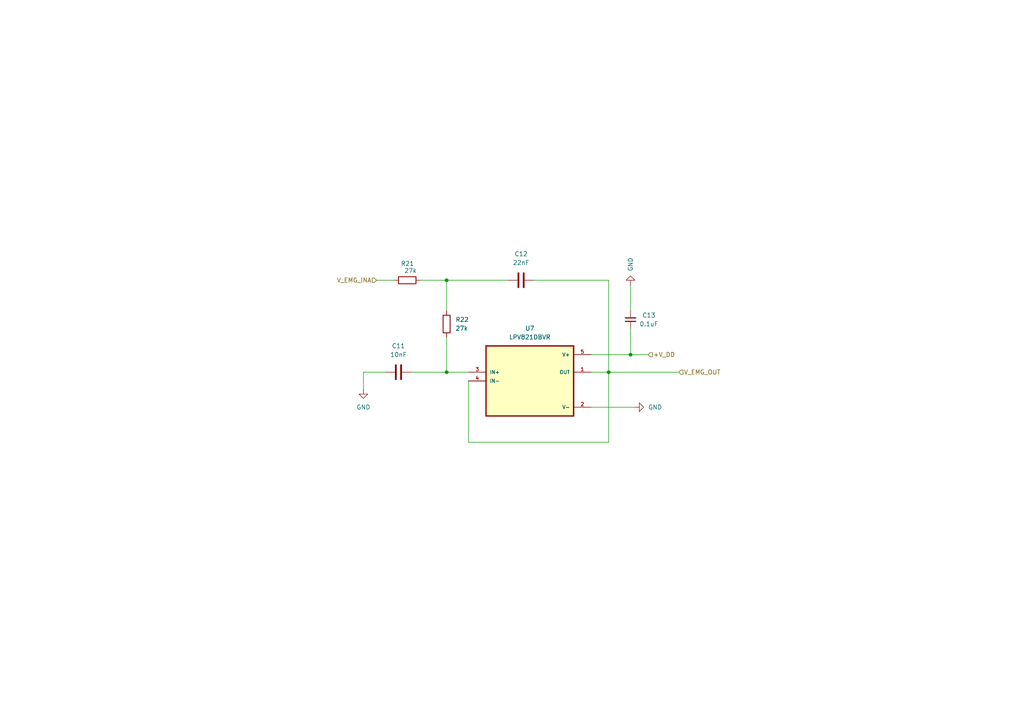
<source format=kicad_sch>
(kicad_sch
	(version 20231120)
	(generator "eeschema")
	(generator_version "8.0")
	(uuid "121d2eee-3655-4a11-b0b8-cbdbaf0548ce")
	(paper "A4")
	(lib_symbols
		(symbol "Device:C"
			(pin_numbers hide)
			(pin_names
				(offset 0.254)
			)
			(exclude_from_sim no)
			(in_bom yes)
			(on_board yes)
			(property "Reference" "C"
				(at 0.635 2.54 0)
				(effects
					(font
						(size 1.27 1.27)
					)
					(justify left)
				)
			)
			(property "Value" "C"
				(at 0.635 -2.54 0)
				(effects
					(font
						(size 1.27 1.27)
					)
					(justify left)
				)
			)
			(property "Footprint" ""
				(at 0.9652 -3.81 0)
				(effects
					(font
						(size 1.27 1.27)
					)
					(hide yes)
				)
			)
			(property "Datasheet" "~"
				(at 0 0 0)
				(effects
					(font
						(size 1.27 1.27)
					)
					(hide yes)
				)
			)
			(property "Description" "Unpolarized capacitor"
				(at 0 0 0)
				(effects
					(font
						(size 1.27 1.27)
					)
					(hide yes)
				)
			)
			(property "ki_keywords" "cap capacitor"
				(at 0 0 0)
				(effects
					(font
						(size 1.27 1.27)
					)
					(hide yes)
				)
			)
			(property "ki_fp_filters" "C_*"
				(at 0 0 0)
				(effects
					(font
						(size 1.27 1.27)
					)
					(hide yes)
				)
			)
			(symbol "C_0_1"
				(polyline
					(pts
						(xy -2.032 -0.762) (xy 2.032 -0.762)
					)
					(stroke
						(width 0.508)
						(type default)
					)
					(fill
						(type none)
					)
				)
				(polyline
					(pts
						(xy -2.032 0.762) (xy 2.032 0.762)
					)
					(stroke
						(width 0.508)
						(type default)
					)
					(fill
						(type none)
					)
				)
			)
			(symbol "C_1_1"
				(pin passive line
					(at 0 3.81 270)
					(length 2.794)
					(name "~"
						(effects
							(font
								(size 1.27 1.27)
							)
						)
					)
					(number "1"
						(effects
							(font
								(size 1.27 1.27)
							)
						)
					)
				)
				(pin passive line
					(at 0 -3.81 90)
					(length 2.794)
					(name "~"
						(effects
							(font
								(size 1.27 1.27)
							)
						)
					)
					(number "2"
						(effects
							(font
								(size 1.27 1.27)
							)
						)
					)
				)
			)
		)
		(symbol "Device:C_Small"
			(pin_numbers hide)
			(pin_names
				(offset 0.254) hide)
			(exclude_from_sim no)
			(in_bom yes)
			(on_board yes)
			(property "Reference" "C"
				(at 0.254 1.778 0)
				(effects
					(font
						(size 1.27 1.27)
					)
					(justify left)
				)
			)
			(property "Value" "C_Small"
				(at 0.254 -2.032 0)
				(effects
					(font
						(size 1.27 1.27)
					)
					(justify left)
				)
			)
			(property "Footprint" ""
				(at 0 0 0)
				(effects
					(font
						(size 1.27 1.27)
					)
					(hide yes)
				)
			)
			(property "Datasheet" "~"
				(at 0 0 0)
				(effects
					(font
						(size 1.27 1.27)
					)
					(hide yes)
				)
			)
			(property "Description" "Unpolarized capacitor, small symbol"
				(at 0 0 0)
				(effects
					(font
						(size 1.27 1.27)
					)
					(hide yes)
				)
			)
			(property "ki_keywords" "capacitor cap"
				(at 0 0 0)
				(effects
					(font
						(size 1.27 1.27)
					)
					(hide yes)
				)
			)
			(property "ki_fp_filters" "C_*"
				(at 0 0 0)
				(effects
					(font
						(size 1.27 1.27)
					)
					(hide yes)
				)
			)
			(symbol "C_Small_0_1"
				(polyline
					(pts
						(xy -1.524 -0.508) (xy 1.524 -0.508)
					)
					(stroke
						(width 0.3302)
						(type default)
					)
					(fill
						(type none)
					)
				)
				(polyline
					(pts
						(xy -1.524 0.508) (xy 1.524 0.508)
					)
					(stroke
						(width 0.3048)
						(type default)
					)
					(fill
						(type none)
					)
				)
			)
			(symbol "C_Small_1_1"
				(pin passive line
					(at 0 2.54 270)
					(length 2.032)
					(name "~"
						(effects
							(font
								(size 1.27 1.27)
							)
						)
					)
					(number "1"
						(effects
							(font
								(size 1.27 1.27)
							)
						)
					)
				)
				(pin passive line
					(at 0 -2.54 90)
					(length 2.032)
					(name "~"
						(effects
							(font
								(size 1.27 1.27)
							)
						)
					)
					(number "2"
						(effects
							(font
								(size 1.27 1.27)
							)
						)
					)
				)
			)
		)
		(symbol "Device:R"
			(pin_numbers hide)
			(pin_names
				(offset 0)
			)
			(exclude_from_sim no)
			(in_bom yes)
			(on_board yes)
			(property "Reference" "R"
				(at 2.032 0 90)
				(effects
					(font
						(size 1.27 1.27)
					)
				)
			)
			(property "Value" "R"
				(at 0 0 90)
				(effects
					(font
						(size 1.27 1.27)
					)
				)
			)
			(property "Footprint" ""
				(at -1.778 0 90)
				(effects
					(font
						(size 1.27 1.27)
					)
					(hide yes)
				)
			)
			(property "Datasheet" "~"
				(at 0 0 0)
				(effects
					(font
						(size 1.27 1.27)
					)
					(hide yes)
				)
			)
			(property "Description" "Resistor"
				(at 0 0 0)
				(effects
					(font
						(size 1.27 1.27)
					)
					(hide yes)
				)
			)
			(property "ki_keywords" "R res resistor"
				(at 0 0 0)
				(effects
					(font
						(size 1.27 1.27)
					)
					(hide yes)
				)
			)
			(property "ki_fp_filters" "R_*"
				(at 0 0 0)
				(effects
					(font
						(size 1.27 1.27)
					)
					(hide yes)
				)
			)
			(symbol "R_0_1"
				(rectangle
					(start -1.016 -2.54)
					(end 1.016 2.54)
					(stroke
						(width 0.254)
						(type default)
					)
					(fill
						(type none)
					)
				)
			)
			(symbol "R_1_1"
				(pin passive line
					(at 0 3.81 270)
					(length 1.27)
					(name "~"
						(effects
							(font
								(size 1.27 1.27)
							)
						)
					)
					(number "1"
						(effects
							(font
								(size 1.27 1.27)
							)
						)
					)
				)
				(pin passive line
					(at 0 -3.81 90)
					(length 1.27)
					(name "~"
						(effects
							(font
								(size 1.27 1.27)
							)
						)
					)
					(number "2"
						(effects
							(font
								(size 1.27 1.27)
							)
						)
					)
				)
			)
		)
		(symbol "LPV821DBVR:LPV821DBVR"
			(pin_names
				(offset 1.016)
			)
			(exclude_from_sim no)
			(in_bom yes)
			(on_board yes)
			(property "Reference" "U"
				(at -12.7 11.1506 0)
				(effects
					(font
						(size 1.27 1.27)
					)
					(justify left bottom)
				)
			)
			(property "Value" "LPV821DBVR"
				(at -12.7 -14.1478 0)
				(effects
					(font
						(size 1.27 1.27)
					)
					(justify left bottom)
				)
			)
			(property "Footprint" "SOT95P280X145-5N"
				(at 0 0 0)
				(effects
					(font
						(size 1.27 1.27)
					)
					(justify left bottom)
					(hide yes)
				)
			)
			(property "Datasheet" ""
				(at 0 0 0)
				(effects
					(font
						(size 1.27 1.27)
					)
					(justify left bottom)
					(hide yes)
				)
			)
			(property "Description" ""
				(at 0 0 0)
				(effects
					(font
						(size 1.27 1.27)
					)
					(hide yes)
				)
			)
			(property "MF" "Texas Instruments"
				(at 0 0 0)
				(effects
					(font
						(size 1.27 1.27)
					)
					(justify left bottom)
					(hide yes)
				)
			)
			(property "Description_1" "\\n650nA, Precision Zero-Drift Nanopower Amplifier\\n"
				(at 0 0 0)
				(effects
					(font
						(size 1.27 1.27)
					)
					(justify left bottom)
					(hide yes)
				)
			)
			(property "Package" "SOT-23-5 Texas Instruments"
				(at 0 0 0)
				(effects
					(font
						(size 1.27 1.27)
					)
					(justify left bottom)
					(hide yes)
				)
			)
			(property "Price" "None"
				(at 0 0 0)
				(effects
					(font
						(size 1.27 1.27)
					)
					(justify left bottom)
					(hide yes)
				)
			)
			(property "SnapEDA_Link" "https://www.snapeda.com/parts/LPV821DBVR/Texas+Instruments/view-part/?ref=snap"
				(at 0 0 0)
				(effects
					(font
						(size 1.27 1.27)
					)
					(justify left bottom)
					(hide yes)
				)
			)
			(property "MP" "LPV821DBVR"
				(at 0 0 0)
				(effects
					(font
						(size 1.27 1.27)
					)
					(justify left bottom)
					(hide yes)
				)
			)
			(property "Purchase-URL" "https://www.snapeda.com/api/url_track_click_mouser/?unipart_id=2773057&manufacturer=Texas Instruments&part_name=LPV821DBVR&search_term=None"
				(at 0 0 0)
				(effects
					(font
						(size 1.27 1.27)
					)
					(justify left bottom)
					(hide yes)
				)
			)
			(property "Availability" "In Stock"
				(at 0 0 0)
				(effects
					(font
						(size 1.27 1.27)
					)
					(justify left bottom)
					(hide yes)
				)
			)
			(property "Check_prices" "https://www.snapeda.com/parts/LPV821DBVR/Texas+Instruments/view-part/?ref=eda"
				(at 0 0 0)
				(effects
					(font
						(size 1.27 1.27)
					)
					(justify left bottom)
					(hide yes)
				)
			)
			(property "ki_locked" ""
				(at 0 0 0)
				(effects
					(font
						(size 1.27 1.27)
					)
				)
			)
			(symbol "LPV821DBVR_0_0"
				(rectangle
					(start -12.7 -10.16)
					(end 12.7 10.16)
					(stroke
						(width 0.4064)
						(type solid)
					)
					(fill
						(type background)
					)
				)
				(pin output line
					(at 17.78 2.54 180)
					(length 5.08)
					(name "OUT"
						(effects
							(font
								(size 1.016 1.016)
							)
						)
					)
					(number "1"
						(effects
							(font
								(size 1.016 1.016)
							)
						)
					)
				)
				(pin power_in line
					(at 17.78 -7.62 180)
					(length 5.08)
					(name "V-"
						(effects
							(font
								(size 1.016 1.016)
							)
						)
					)
					(number "2"
						(effects
							(font
								(size 1.016 1.016)
							)
						)
					)
				)
				(pin input line
					(at -17.78 2.54 0)
					(length 5.08)
					(name "IN+"
						(effects
							(font
								(size 1.016 1.016)
							)
						)
					)
					(number "3"
						(effects
							(font
								(size 1.016 1.016)
							)
						)
					)
				)
				(pin input line
					(at -17.78 0 0)
					(length 5.08)
					(name "IN-"
						(effects
							(font
								(size 1.016 1.016)
							)
						)
					)
					(number "4"
						(effects
							(font
								(size 1.016 1.016)
							)
						)
					)
				)
				(pin power_in line
					(at 17.78 7.62 180)
					(length 5.08)
					(name "V+"
						(effects
							(font
								(size 1.016 1.016)
							)
						)
					)
					(number "5"
						(effects
							(font
								(size 1.016 1.016)
							)
						)
					)
				)
			)
		)
		(symbol "power:GND"
			(power)
			(pin_numbers hide)
			(pin_names
				(offset 0) hide)
			(exclude_from_sim no)
			(in_bom yes)
			(on_board yes)
			(property "Reference" "#PWR"
				(at 0 -6.35 0)
				(effects
					(font
						(size 1.27 1.27)
					)
					(hide yes)
				)
			)
			(property "Value" "GND"
				(at 0 -3.81 0)
				(effects
					(font
						(size 1.27 1.27)
					)
				)
			)
			(property "Footprint" ""
				(at 0 0 0)
				(effects
					(font
						(size 1.27 1.27)
					)
					(hide yes)
				)
			)
			(property "Datasheet" ""
				(at 0 0 0)
				(effects
					(font
						(size 1.27 1.27)
					)
					(hide yes)
				)
			)
			(property "Description" "Power symbol creates a global label with name \"GND\" , ground"
				(at 0 0 0)
				(effects
					(font
						(size 1.27 1.27)
					)
					(hide yes)
				)
			)
			(property "ki_keywords" "global power"
				(at 0 0 0)
				(effects
					(font
						(size 1.27 1.27)
					)
					(hide yes)
				)
			)
			(symbol "GND_0_1"
				(polyline
					(pts
						(xy 0 0) (xy 0 -1.27) (xy 1.27 -1.27) (xy 0 -2.54) (xy -1.27 -1.27) (xy 0 -1.27)
					)
					(stroke
						(width 0)
						(type default)
					)
					(fill
						(type none)
					)
				)
			)
			(symbol "GND_1_1"
				(pin power_in line
					(at 0 0 270)
					(length 0)
					(name "~"
						(effects
							(font
								(size 1.27 1.27)
							)
						)
					)
					(number "1"
						(effects
							(font
								(size 1.27 1.27)
							)
						)
					)
				)
			)
		)
	)
	(junction
		(at 182.88 102.87)
		(diameter 0)
		(color 0 0 0 0)
		(uuid "107b5741-eed3-43ee-ab7d-5d77ed72a90d")
	)
	(junction
		(at 176.53 107.95)
		(diameter 0)
		(color 0 0 0 0)
		(uuid "a60007c9-eeaf-4c57-8725-a978fda59172")
	)
	(junction
		(at 129.54 107.95)
		(diameter 0)
		(color 0 0 0 0)
		(uuid "cd2b862f-6529-424e-ad91-a7396aee41e1")
	)
	(junction
		(at 129.54 81.28)
		(diameter 0)
		(color 0 0 0 0)
		(uuid "d628699c-4c99-4c22-ac87-c27736ebc65e")
	)
	(wire
		(pts
			(xy 135.89 128.27) (xy 135.89 110.49)
		)
		(stroke
			(width 0)
			(type default)
		)
		(uuid "23d08318-0ad5-413d-a61d-0a59d7bb5e46")
	)
	(wire
		(pts
			(xy 119.38 107.95) (xy 129.54 107.95)
		)
		(stroke
			(width 0)
			(type default)
		)
		(uuid "24090431-c891-4f8e-be0f-c2b6d0e9f862")
	)
	(wire
		(pts
			(xy 109.22 81.28) (xy 114.3 81.28)
		)
		(stroke
			(width 0)
			(type default)
		)
		(uuid "356639cc-c27f-4243-a0d5-0edf544f3154")
	)
	(wire
		(pts
			(xy 171.45 118.11) (xy 184.15 118.11)
		)
		(stroke
			(width 0)
			(type default)
		)
		(uuid "4cca8c22-8a64-4a49-b3f8-f75057026347")
	)
	(wire
		(pts
			(xy 129.54 81.28) (xy 147.32 81.28)
		)
		(stroke
			(width 0)
			(type default)
		)
		(uuid "64426dc3-58c9-4ff6-8e07-12338bdd6c60")
	)
	(wire
		(pts
			(xy 182.88 95.25) (xy 182.88 102.87)
		)
		(stroke
			(width 0)
			(type default)
		)
		(uuid "68590576-ea1b-46a7-8701-47ab0cf13b0a")
	)
	(wire
		(pts
			(xy 176.53 128.27) (xy 135.89 128.27)
		)
		(stroke
			(width 0)
			(type default)
		)
		(uuid "721293b3-fb95-4648-9b61-58be23a774ac")
	)
	(wire
		(pts
			(xy 154.94 81.28) (xy 176.53 81.28)
		)
		(stroke
			(width 0)
			(type default)
		)
		(uuid "7a59bfe9-5a31-4243-bfb8-e43e42dda6cf")
	)
	(wire
		(pts
			(xy 176.53 107.95) (xy 171.45 107.95)
		)
		(stroke
			(width 0)
			(type default)
		)
		(uuid "7fa7cc25-b365-472c-bddf-02639d5d1a76")
	)
	(wire
		(pts
			(xy 121.92 81.28) (xy 129.54 81.28)
		)
		(stroke
			(width 0)
			(type default)
		)
		(uuid "88fcd61b-6c80-465d-a5f5-4c6be35a0b13")
	)
	(wire
		(pts
			(xy 129.54 107.95) (xy 129.54 97.79)
		)
		(stroke
			(width 0)
			(type default)
		)
		(uuid "8a286358-42da-4837-b78b-f6d00fec3a06")
	)
	(wire
		(pts
			(xy 129.54 107.95) (xy 135.89 107.95)
		)
		(stroke
			(width 0)
			(type default)
		)
		(uuid "9b0f6524-b69a-4b67-b2c2-daa7bc520c0f")
	)
	(wire
		(pts
			(xy 176.53 81.28) (xy 176.53 107.95)
		)
		(stroke
			(width 0)
			(type default)
		)
		(uuid "9caba7f6-97a4-45ab-a5b3-6565be63a50b")
	)
	(wire
		(pts
			(xy 182.88 90.17) (xy 182.88 82.55)
		)
		(stroke
			(width 0)
			(type default)
		)
		(uuid "9d138c5f-6508-4342-a710-d9428f270a02")
	)
	(wire
		(pts
			(xy 176.53 107.95) (xy 196.85 107.95)
		)
		(stroke
			(width 0)
			(type default)
		)
		(uuid "ac5e7cab-2193-4953-93f0-e7a3e3c2b463")
	)
	(wire
		(pts
			(xy 176.53 107.95) (xy 176.53 128.27)
		)
		(stroke
			(width 0)
			(type default)
		)
		(uuid "b259a1b0-eed0-41a7-8f9a-88f98198f996")
	)
	(wire
		(pts
			(xy 105.41 107.95) (xy 105.41 113.03)
		)
		(stroke
			(width 0)
			(type default)
		)
		(uuid "cd73ba8e-6c0d-4143-aaac-026a12b50aa0")
	)
	(wire
		(pts
			(xy 171.45 102.87) (xy 182.88 102.87)
		)
		(stroke
			(width 0)
			(type default)
		)
		(uuid "ce5a813b-d269-4975-b85a-1fb238032655")
	)
	(wire
		(pts
			(xy 182.88 102.87) (xy 187.96 102.87)
		)
		(stroke
			(width 0)
			(type default)
		)
		(uuid "e816684e-df88-45fb-90e0-374edb81b385")
	)
	(wire
		(pts
			(xy 129.54 81.28) (xy 129.54 90.17)
		)
		(stroke
			(width 0)
			(type default)
		)
		(uuid "f549a3d0-6f5c-49e6-893a-7aa9a313a529")
	)
	(wire
		(pts
			(xy 105.41 107.95) (xy 111.76 107.95)
		)
		(stroke
			(width 0)
			(type default)
		)
		(uuid "fbbb4f9c-2146-4b10-a219-1686802e0061")
	)
	(hierarchical_label "V_EMG_INA"
		(shape input)
		(at 109.22 81.28 180)
		(fields_autoplaced yes)
		(effects
			(font
				(size 1.27 1.27)
			)
			(justify right)
		)
		(uuid "50f71a1c-a7a5-41a3-8a42-05c8206f2ea2")
	)
	(hierarchical_label "+V_DD"
		(shape input)
		(at 187.96 102.87 0)
		(fields_autoplaced yes)
		(effects
			(font
				(size 1.27 1.27)
			)
			(justify left)
		)
		(uuid "b426196f-faca-40d7-89c0-aa6615e7a593")
	)
	(hierarchical_label "V_EMG_OUT"
		(shape input)
		(at 196.85 107.95 0)
		(fields_autoplaced yes)
		(effects
			(font
				(size 1.27 1.27)
			)
			(justify left)
		)
		(uuid "df6de422-98d5-4789-9468-2c5a11f16219")
	)
	(symbol
		(lib_id "Device:C_Small")
		(at 182.88 92.71 180)
		(unit 1)
		(exclude_from_sim no)
		(in_bom yes)
		(on_board yes)
		(dnp no)
		(uuid "0f8beef1-b671-4b72-bf61-09cac104001d")
		(property "Reference" "C13"
			(at 188.214 91.44 0)
			(effects
				(font
					(size 1.27 1.27)
				)
			)
		)
		(property "Value" "0.1uF"
			(at 188.214 93.98 0)
			(effects
				(font
					(size 1.27 1.27)
				)
			)
		)
		(property "Footprint" "Capacitor_SMD:C_0402_1005Metric"
			(at 182.88 92.71 0)
			(effects
				(font
					(size 1.27 1.27)
				)
				(hide yes)
			)
		)
		(property "Datasheet" "~"
			(at 182.88 92.71 0)
			(effects
				(font
					(size 1.27 1.27)
				)
				(hide yes)
			)
		)
		(property "Description" "Unpolarized capacitor, small symbol"
			(at 182.88 92.71 0)
			(effects
				(font
					(size 1.27 1.27)
				)
				(hide yes)
			)
		)
		(pin "1"
			(uuid "a0641ec0-852c-45c8-9a38-dda0abee1e81")
		)
		(pin "2"
			(uuid "d9bf629a-31d3-48bd-87e9-8871c7769fb5")
		)
		(instances
			(project "SigAcqModule_TwoSided"
				(path "/35a76d6a-a0c5-4989-a335-ebbff193f82f/72fc0472-f3f0-421e-b55d-48068e512543/9ebd75c2-4d7f-48d4-a0dc-d3adae36c4ad"
					(reference "C13")
					(unit 1)
				)
			)
		)
	)
	(symbol
		(lib_id "Device:R")
		(at 129.54 93.98 0)
		(unit 1)
		(exclude_from_sim no)
		(in_bom yes)
		(on_board yes)
		(dnp no)
		(fields_autoplaced yes)
		(uuid "2cf60f7c-b22b-459e-997b-5b2779b085f6")
		(property "Reference" "R22"
			(at 132.08 92.7099 0)
			(effects
				(font
					(size 1.27 1.27)
				)
				(justify left)
			)
		)
		(property "Value" "27k"
			(at 132.08 95.2499 0)
			(effects
				(font
					(size 1.27 1.27)
				)
				(justify left)
			)
		)
		(property "Footprint" "Resistor_SMD:R_0402_1005Metric"
			(at 127.762 93.98 90)
			(effects
				(font
					(size 1.27 1.27)
				)
				(hide yes)
			)
		)
		(property "Datasheet" "~"
			(at 129.54 93.98 0)
			(effects
				(font
					(size 1.27 1.27)
				)
				(hide yes)
			)
		)
		(property "Description" "Resistor"
			(at 129.54 93.98 0)
			(effects
				(font
					(size 1.27 1.27)
				)
				(hide yes)
			)
		)
		(pin "1"
			(uuid "0d7f4603-a3b8-4fcc-8667-1682469a11d8")
		)
		(pin "2"
			(uuid "94968b24-dcfc-42c5-99fe-98816a8b996f")
		)
		(instances
			(project "SigAcqModule_TwoSided"
				(path "/35a76d6a-a0c5-4989-a335-ebbff193f82f/72fc0472-f3f0-421e-b55d-48068e512543/9ebd75c2-4d7f-48d4-a0dc-d3adae36c4ad"
					(reference "R22")
					(unit 1)
				)
			)
		)
	)
	(symbol
		(lib_id "power:GND")
		(at 182.88 82.55 180)
		(unit 1)
		(exclude_from_sim no)
		(in_bom yes)
		(on_board yes)
		(dnp no)
		(fields_autoplaced yes)
		(uuid "48f5c874-754e-4630-9f26-fd3014be47f9")
		(property "Reference" "#PWR022"
			(at 182.88 76.2 0)
			(effects
				(font
					(size 1.27 1.27)
				)
				(hide yes)
			)
		)
		(property "Value" "GND"
			(at 182.8799 78.74 90)
			(effects
				(font
					(size 1.27 1.27)
				)
				(justify right)
			)
		)
		(property "Footprint" ""
			(at 182.88 82.55 0)
			(effects
				(font
					(size 1.27 1.27)
				)
				(hide yes)
			)
		)
		(property "Datasheet" ""
			(at 182.88 82.55 0)
			(effects
				(font
					(size 1.27 1.27)
				)
				(hide yes)
			)
		)
		(property "Description" "Power symbol creates a global label with name \"GND\" , ground"
			(at 182.88 82.55 0)
			(effects
				(font
					(size 1.27 1.27)
				)
				(hide yes)
			)
		)
		(pin "1"
			(uuid "75e49da2-54dd-4741-923d-db6887b2aa23")
		)
		(instances
			(project "SigAcqModule_TwoSided"
				(path "/35a76d6a-a0c5-4989-a335-ebbff193f82f/72fc0472-f3f0-421e-b55d-48068e512543/9ebd75c2-4d7f-48d4-a0dc-d3adae36c4ad"
					(reference "#PWR022")
					(unit 1)
				)
			)
		)
	)
	(symbol
		(lib_id "Device:C")
		(at 115.57 107.95 90)
		(unit 1)
		(exclude_from_sim no)
		(in_bom yes)
		(on_board yes)
		(dnp no)
		(fields_autoplaced yes)
		(uuid "7c7f5769-a86e-49cf-a42f-2ca7d7adc1c1")
		(property "Reference" "C11"
			(at 115.57 100.33 90)
			(effects
				(font
					(size 1.27 1.27)
				)
			)
		)
		(property "Value" "10nF"
			(at 115.57 102.87 90)
			(effects
				(font
					(size 1.27 1.27)
				)
			)
		)
		(property "Footprint" "Capacitor_SMD:C_0402_1005Metric"
			(at 119.38 106.9848 0)
			(effects
				(font
					(size 1.27 1.27)
				)
				(hide yes)
			)
		)
		(property "Datasheet" "~"
			(at 115.57 107.95 0)
			(effects
				(font
					(size 1.27 1.27)
				)
				(hide yes)
			)
		)
		(property "Description" "Unpolarized capacitor"
			(at 115.57 107.95 0)
			(effects
				(font
					(size 1.27 1.27)
				)
				(hide yes)
			)
		)
		(pin "1"
			(uuid "bd30e0a0-489f-4645-9086-b23170854a58")
		)
		(pin "2"
			(uuid "2729a3df-c50a-432e-b5d0-0e377701677a")
		)
		(instances
			(project "SigAcqModule_TwoSided"
				(path "/35a76d6a-a0c5-4989-a335-ebbff193f82f/72fc0472-f3f0-421e-b55d-48068e512543/9ebd75c2-4d7f-48d4-a0dc-d3adae36c4ad"
					(reference "C11")
					(unit 1)
				)
			)
		)
	)
	(symbol
		(lib_id "power:GND")
		(at 105.41 113.03 0)
		(unit 1)
		(exclude_from_sim no)
		(in_bom yes)
		(on_board yes)
		(dnp no)
		(fields_autoplaced yes)
		(uuid "9fee6cfe-5e5c-42b4-8155-6eb4b073323c")
		(property "Reference" "#PWR021"
			(at 105.41 119.38 0)
			(effects
				(font
					(size 1.27 1.27)
				)
				(hide yes)
			)
		)
		(property "Value" "GND"
			(at 105.41 118.11 0)
			(effects
				(font
					(size 1.27 1.27)
				)
			)
		)
		(property "Footprint" ""
			(at 105.41 113.03 0)
			(effects
				(font
					(size 1.27 1.27)
				)
				(hide yes)
			)
		)
		(property "Datasheet" ""
			(at 105.41 113.03 0)
			(effects
				(font
					(size 1.27 1.27)
				)
				(hide yes)
			)
		)
		(property "Description" "Power symbol creates a global label with name \"GND\" , ground"
			(at 105.41 113.03 0)
			(effects
				(font
					(size 1.27 1.27)
				)
				(hide yes)
			)
		)
		(pin "1"
			(uuid "adba30f5-1028-4d91-a782-12f5486ab6ed")
		)
		(instances
			(project "SigAcqModule_TwoSided"
				(path "/35a76d6a-a0c5-4989-a335-ebbff193f82f/72fc0472-f3f0-421e-b55d-48068e512543/9ebd75c2-4d7f-48d4-a0dc-d3adae36c4ad"
					(reference "#PWR021")
					(unit 1)
				)
			)
		)
	)
	(symbol
		(lib_id "LPV821DBVR:LPV821DBVR")
		(at 153.67 110.49 0)
		(unit 1)
		(exclude_from_sim no)
		(in_bom yes)
		(on_board yes)
		(dnp no)
		(fields_autoplaced yes)
		(uuid "b50c0a9e-af20-4f46-91f3-30e743392a0c")
		(property "Reference" "U7"
			(at 153.67 95.25 0)
			(effects
				(font
					(size 1.27 1.27)
				)
			)
		)
		(property "Value" "LPV821DBVR"
			(at 153.67 97.79 0)
			(effects
				(font
					(size 1.27 1.27)
				)
			)
		)
		(property "Footprint" "Package_TO_SOT_SMD:SOT-23-5"
			(at 153.67 110.49 0)
			(effects
				(font
					(size 1.27 1.27)
				)
				(justify left bottom)
				(hide yes)
			)
		)
		(property "Datasheet" ""
			(at 153.67 110.49 0)
			(effects
				(font
					(size 1.27 1.27)
				)
				(justify left bottom)
				(hide yes)
			)
		)
		(property "Description" ""
			(at 153.67 110.49 0)
			(effects
				(font
					(size 1.27 1.27)
				)
				(hide yes)
			)
		)
		(property "MF" "Texas Instruments"
			(at 153.67 110.49 0)
			(effects
				(font
					(size 1.27 1.27)
				)
				(justify left bottom)
				(hide yes)
			)
		)
		(property "Description_1" "\\n650nA, Precision Zero-Drift Nanopower Amplifier\\n"
			(at 153.67 110.49 0)
			(effects
				(font
					(size 1.27 1.27)
				)
				(justify left bottom)
				(hide yes)
			)
		)
		(property "Package" "SOT-23-5 Texas Instruments"
			(at 153.67 110.49 0)
			(effects
				(font
					(size 1.27 1.27)
				)
				(justify left bottom)
				(hide yes)
			)
		)
		(property "Price" "None"
			(at 153.67 110.49 0)
			(effects
				(font
					(size 1.27 1.27)
				)
				(justify left bottom)
				(hide yes)
			)
		)
		(property "SnapEDA_Link" "https://www.snapeda.com/parts/LPV821DBVR/Texas+Instruments/view-part/?ref=snap"
			(at 153.67 110.49 0)
			(effects
				(font
					(size 1.27 1.27)
				)
				(justify left bottom)
				(hide yes)
			)
		)
		(property "MP" "LPV821DBVR"
			(at 153.67 110.49 0)
			(effects
				(font
					(size 1.27 1.27)
				)
				(justify left bottom)
				(hide yes)
			)
		)
		(property "Purchase-URL" "https://www.snapeda.com/api/url_track_click_mouser/?unipart_id=2773057&manufacturer=Texas Instruments&part_name=LPV821DBVR&search_term=None"
			(at 153.67 110.49 0)
			(effects
				(font
					(size 1.27 1.27)
				)
				(justify left bottom)
				(hide yes)
			)
		)
		(property "Availability" "In Stock"
			(at 153.67 110.49 0)
			(effects
				(font
					(size 1.27 1.27)
				)
				(justify left bottom)
				(hide yes)
			)
		)
		(property "Check_prices" "https://www.snapeda.com/parts/LPV821DBVR/Texas+Instruments/view-part/?ref=eda"
			(at 153.67 110.49 0)
			(effects
				(font
					(size 1.27 1.27)
				)
				(justify left bottom)
				(hide yes)
			)
		)
		(pin "4"
			(uuid "0390fe33-83f4-47b3-a413-56bbf12f7ee5")
		)
		(pin "3"
			(uuid "afc16a22-c633-4a68-9192-2694795a49c4")
		)
		(pin "1"
			(uuid "25dbfc01-7c31-4f1c-80ac-31d20c963a24")
		)
		(pin "5"
			(uuid "f68d66ac-5761-418f-81f7-133ff040042d")
		)
		(pin "2"
			(uuid "e1f7ffc5-5eca-42cc-a7f8-1a4f4bf7f8f2")
		)
		(instances
			(project "SigAcqModule_TwoSided"
				(path "/35a76d6a-a0c5-4989-a335-ebbff193f82f/72fc0472-f3f0-421e-b55d-48068e512543/9ebd75c2-4d7f-48d4-a0dc-d3adae36c4ad"
					(reference "U7")
					(unit 1)
				)
			)
		)
	)
	(symbol
		(lib_id "power:GND")
		(at 184.15 118.11 90)
		(unit 1)
		(exclude_from_sim no)
		(in_bom yes)
		(on_board yes)
		(dnp no)
		(fields_autoplaced yes)
		(uuid "c8837353-6912-4965-8d83-4bc8d74e77eb")
		(property "Reference" "#PWR023"
			(at 190.5 118.11 0)
			(effects
				(font
					(size 1.27 1.27)
				)
				(hide yes)
			)
		)
		(property "Value" "GND"
			(at 187.96 118.1099 90)
			(effects
				(font
					(size 1.27 1.27)
				)
				(justify right)
			)
		)
		(property "Footprint" ""
			(at 184.15 118.11 0)
			(effects
				(font
					(size 1.27 1.27)
				)
				(hide yes)
			)
		)
		(property "Datasheet" ""
			(at 184.15 118.11 0)
			(effects
				(font
					(size 1.27 1.27)
				)
				(hide yes)
			)
		)
		(property "Description" "Power symbol creates a global label with name \"GND\" , ground"
			(at 184.15 118.11 0)
			(effects
				(font
					(size 1.27 1.27)
				)
				(hide yes)
			)
		)
		(pin "1"
			(uuid "b61431ac-09b1-49d3-b5dc-485a65d1466d")
		)
		(instances
			(project "SigAcqModule_TwoSided"
				(path "/35a76d6a-a0c5-4989-a335-ebbff193f82f/72fc0472-f3f0-421e-b55d-48068e512543/9ebd75c2-4d7f-48d4-a0dc-d3adae36c4ad"
					(reference "#PWR023")
					(unit 1)
				)
			)
		)
	)
	(symbol
		(lib_id "Device:R")
		(at 118.11 81.28 90)
		(unit 1)
		(exclude_from_sim no)
		(in_bom yes)
		(on_board yes)
		(dnp no)
		(uuid "d27e166b-efdb-40d0-aa19-4c072406910d")
		(property "Reference" "R21"
			(at 120.142 76.454 90)
			(effects
				(font
					(size 1.27 1.27)
				)
				(justify left)
			)
		)
		(property "Value" "27k"
			(at 120.904 78.486 90)
			(effects
				(font
					(size 1.27 1.27)
				)
				(justify left)
			)
		)
		(property "Footprint" "Resistor_SMD:R_0402_1005Metric"
			(at 118.11 83.058 90)
			(effects
				(font
					(size 1.27 1.27)
				)
				(hide yes)
			)
		)
		(property "Datasheet" "~"
			(at 118.11 81.28 0)
			(effects
				(font
					(size 1.27 1.27)
				)
				(hide yes)
			)
		)
		(property "Description" "Resistor"
			(at 118.11 81.28 0)
			(effects
				(font
					(size 1.27 1.27)
				)
				(hide yes)
			)
		)
		(pin "2"
			(uuid "149e2ec9-b749-4eaf-b2ca-c357c712c442")
		)
		(pin "1"
			(uuid "a67f073d-940c-40a3-bce4-dacdad1952cc")
		)
		(instances
			(project "SigAcqModule_TwoSided"
				(path "/35a76d6a-a0c5-4989-a335-ebbff193f82f/72fc0472-f3f0-421e-b55d-48068e512543/9ebd75c2-4d7f-48d4-a0dc-d3adae36c4ad"
					(reference "R21")
					(unit 1)
				)
			)
		)
	)
	(symbol
		(lib_id "Device:C")
		(at 151.13 81.28 90)
		(unit 1)
		(exclude_from_sim no)
		(in_bom yes)
		(on_board yes)
		(dnp no)
		(fields_autoplaced yes)
		(uuid "e708282f-a4db-45f7-8d12-d7c9e818d249")
		(property "Reference" "C12"
			(at 151.13 73.66 90)
			(effects
				(font
					(size 1.27 1.27)
				)
			)
		)
		(property "Value" "22nF"
			(at 151.13 76.2 90)
			(effects
				(font
					(size 1.27 1.27)
				)
			)
		)
		(property "Footprint" "Capacitor_SMD:C_0805_2012Metric"
			(at 154.94 80.3148 0)
			(effects
				(font
					(size 1.27 1.27)
				)
				(hide yes)
			)
		)
		(property "Datasheet" "~"
			(at 151.13 81.28 0)
			(effects
				(font
					(size 1.27 1.27)
				)
				(hide yes)
			)
		)
		(property "Description" "Unpolarized capacitor"
			(at 151.13 81.28 0)
			(effects
				(font
					(size 1.27 1.27)
				)
				(hide yes)
			)
		)
		(pin "1"
			(uuid "f6048871-3a6c-40f9-9232-3e74527d3ad6")
		)
		(pin "2"
			(uuid "3cd722b5-5485-4b8b-b99a-ae5a84e254f2")
		)
		(instances
			(project "SigAcqModule_TwoSided"
				(path "/35a76d6a-a0c5-4989-a335-ebbff193f82f/72fc0472-f3f0-421e-b55d-48068e512543/9ebd75c2-4d7f-48d4-a0dc-d3adae36c4ad"
					(reference "C12")
					(unit 1)
				)
			)
		)
	)
)

</source>
